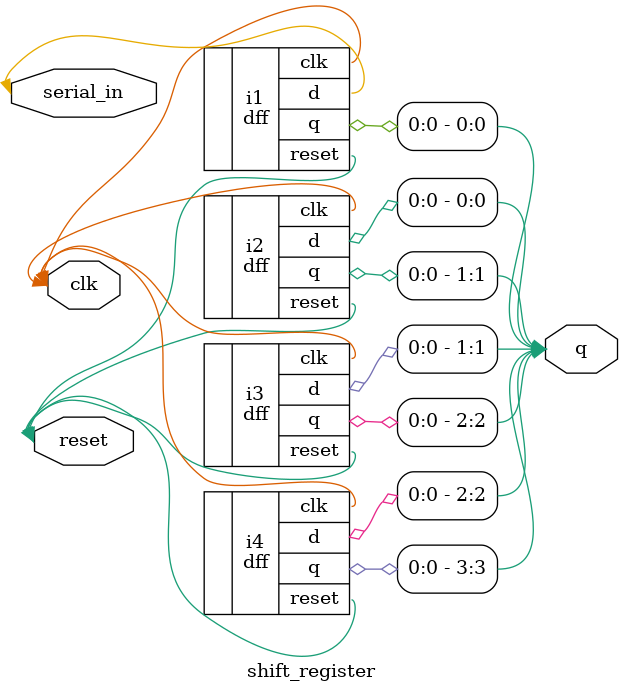
<source format=v>

module dff(
 inout wire d, clk, reset,
 output reg q
    );
    
    always @(posedge clk or posedge reset)begin
    if(reset)
    q <= 0;
    else
    q <= d;
    end
    
endmodule

module shift_register(
input wire clk,
input wire reset,
input wire serial_in,
output wire [3:0]q
);



dff i1(.d(serial_in), .clk(clk), .reset(reset), .q(q[0]));
dff i2(.d(q[0]), .clk(clk), .reset(reset), .q(q[1]));
dff i3(.d(q[1]), .clk(clk), .reset(reset), .q(q[2]));
dff i4(.d(q[2]), .clk(clk), .reset(reset), .q(q[3]));
endmodule

</source>
